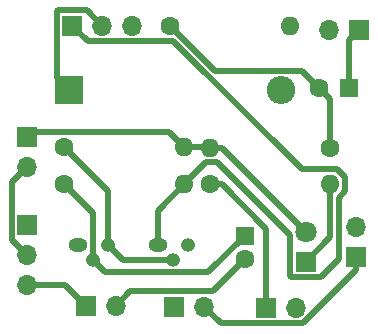
<source format=gbr>
%TF.GenerationSoftware,KiCad,Pcbnew,(5.1.7)-1*%
%TF.CreationDate,2020-10-22T11:01:39-05:00*%
%TF.ProjectId,Fuzz,46757a7a-2e6b-4696-9361-645f70636258,rev?*%
%TF.SameCoordinates,Original*%
%TF.FileFunction,Copper,L1,Top*%
%TF.FilePolarity,Positive*%
%FSLAX46Y46*%
G04 Gerber Fmt 4.6, Leading zero omitted, Abs format (unit mm)*
G04 Created by KiCad (PCBNEW (5.1.7)-1) date 2020-10-22 11:01:39*
%MOMM*%
%LPD*%
G01*
G04 APERTURE LIST*
%TA.AperFunction,ComponentPad*%
%ADD10O,1.700000X1.700000*%
%TD*%
%TA.AperFunction,ComponentPad*%
%ADD11R,1.700000X1.700000*%
%TD*%
%TA.AperFunction,ComponentPad*%
%ADD12R,1.600000X1.600000*%
%TD*%
%TA.AperFunction,ComponentPad*%
%ADD13C,1.600000*%
%TD*%
%TA.AperFunction,ComponentPad*%
%ADD14R,2.400000X2.400000*%
%TD*%
%TA.AperFunction,ComponentPad*%
%ADD15O,2.400000X2.400000*%
%TD*%
%TA.AperFunction,ComponentPad*%
%ADD16R,1.800000X1.800000*%
%TD*%
%TA.AperFunction,ComponentPad*%
%ADD17C,1.800000*%
%TD*%
%TA.AperFunction,ComponentPad*%
%ADD18O,1.200000X1.200000*%
%TD*%
%TA.AperFunction,ComponentPad*%
%ADD19O,1.600000X1.200000*%
%TD*%
%TA.AperFunction,ComponentPad*%
%ADD20O,1.600000X1.600000*%
%TD*%
%TA.AperFunction,Conductor*%
%ADD21C,0.500000*%
%TD*%
G04 APERTURE END LIST*
D10*
%TO.P,SW2,2*%
%TO.N,Net-(J2-Pad1)*%
X138684000Y-108864400D03*
D11*
%TO.P,SW2,1*%
%TO.N,Net-(Pot2-Pad2)*%
X136144000Y-108864400D03*
%TD*%
D10*
%TO.P,BT1,2*%
%TO.N,Net-(BT1-Pad2)*%
X123698000Y-97028000D03*
D11*
%TO.P,BT1,1*%
%TO.N,Net-(BT1-Pad1)*%
X123698000Y-94488000D03*
%TD*%
D12*
%TO.P,C1,1*%
%TO.N,Net-(C1-Pad1)*%
X142113000Y-102870000D03*
D13*
%TO.P,C1,2*%
%TO.N,Net-(C1-Pad2)*%
X142113000Y-104870000D03*
%TD*%
D12*
%TO.P,C2,1*%
%TO.N,Net-(C2-Pad1)*%
X150926800Y-90373200D03*
D13*
%TO.P,C2,2*%
%TO.N,Net-(C2-Pad2)*%
X148426800Y-90373200D03*
%TD*%
D14*
%TO.P,C3,1*%
%TO.N,Net-(C3-Pad1)*%
X127205001Y-90555001D03*
D15*
%TO.P,C3,2*%
%TO.N,GND*%
X145205001Y-90555001D03*
%TD*%
D16*
%TO.P,D1,1*%
%TO.N,Net-(D1-Pad1)*%
X147269200Y-105054400D03*
D17*
%TO.P,D1,2*%
%TO.N,Net-(BT1-Pad1)*%
X147269200Y-102514400D03*
%TD*%
D10*
%TO.P,J1,3*%
%TO.N,Net-(J1-Pad3)*%
X123698000Y-107061000D03*
%TO.P,J1,2*%
%TO.N,Net-(BT1-Pad2)*%
X123698000Y-104521000D03*
D11*
%TO.P,J1,1*%
%TO.N,GND*%
X123698000Y-101981000D03*
%TD*%
%TO.P,J2,1*%
%TO.N,Net-(J2-Pad1)*%
X151536400Y-104648000D03*
D10*
%TO.P,J2,2*%
%TO.N,GND*%
X151536400Y-102108000D03*
%TD*%
D11*
%TO.P,Pot1,1*%
%TO.N,Net-(Pot1-Pad1)*%
X127508000Y-85090000D03*
D10*
%TO.P,Pot1,2*%
%TO.N,Net-(C3-Pad1)*%
X130048000Y-85090000D03*
%TO.P,Pot1,3*%
%TO.N,GND*%
X132588000Y-85090000D03*
%TD*%
%TO.P,Pot2,2*%
%TO.N,Net-(Pot2-Pad2)*%
X149225000Y-85471000D03*
D11*
%TO.P,Pot2,1*%
%TO.N,Net-(C2-Pad1)*%
X151765000Y-85471000D03*
%TD*%
D18*
%TO.P,Q1,3*%
%TO.N,Net-(Q1-Pad3)*%
X130505200Y-103632000D03*
%TO.P,Q1,2*%
%TO.N,Net-(C1-Pad1)*%
X129235200Y-104902000D03*
D19*
%TO.P,Q1,1*%
%TO.N,GND*%
X127965200Y-103632000D03*
%TD*%
%TO.P,Q2,1*%
%TO.N,Net-(Pot1-Pad1)*%
X134721600Y-103632000D03*
D18*
%TO.P,Q2,2*%
%TO.N,Net-(Q1-Pad3)*%
X135991600Y-104902000D03*
%TO.P,Q2,3*%
%TO.N,Net-(Q2-Pad3)*%
X137261600Y-103632000D03*
%TD*%
D20*
%TO.P,R1,2*%
%TO.N,Net-(BT1-Pad1)*%
X136972040Y-95379540D03*
D13*
%TO.P,R1,1*%
%TO.N,Net-(Q1-Pad3)*%
X126812040Y-95379540D03*
%TD*%
%TO.P,R2,1*%
%TO.N,Net-(C1-Pad1)*%
X126805001Y-98501200D03*
D20*
%TO.P,R2,2*%
%TO.N,Net-(Pot1-Pad1)*%
X136965001Y-98501200D03*
%TD*%
D13*
%TO.P,R3,1*%
%TO.N,Net-(C2-Pad2)*%
X149352000Y-95402400D03*
D20*
%TO.P,R3,2*%
%TO.N,Net-(BT1-Pad1)*%
X139192000Y-95402400D03*
%TD*%
D13*
%TO.P,R4,1*%
%TO.N,Net-(C2-Pad2)*%
X135763000Y-85090000D03*
D20*
%TO.P,R4,2*%
%TO.N,Net-(Q2-Pad3)*%
X145923000Y-85090000D03*
%TD*%
%TO.P,R5,2*%
%TO.N,Net-(D1-Pad1)*%
X149352000Y-98501200D03*
D13*
%TO.P,R5,1*%
%TO.N,Net-(R5-Pad1)*%
X139192000Y-98501200D03*
%TD*%
D11*
%TO.P,SW1,1*%
%TO.N,Net-(J1-Pad3)*%
X128625600Y-108813600D03*
D10*
%TO.P,SW1,2*%
%TO.N,Net-(C1-Pad2)*%
X131165600Y-108813600D03*
%TD*%
D11*
%TO.P,SW3,1*%
%TO.N,Net-(R5-Pad1)*%
X143916400Y-108966000D03*
D10*
%TO.P,SW3,2*%
%TO.N,GND*%
X146456400Y-108966000D03*
%TD*%
D21*
%TO.N,Net-(BT1-Pad2)*%
X122397999Y-98328001D02*
X123698000Y-97028000D01*
X122397999Y-103220999D02*
X122397999Y-98328001D01*
X123698000Y-104521000D02*
X122397999Y-103220999D01*
%TO.N,Net-(BT1-Pad1)*%
X123698000Y-94488000D02*
X123931461Y-94254539D01*
X135722039Y-94129539D02*
X136972040Y-95379540D01*
X124056461Y-94129539D02*
X135722039Y-94129539D01*
X123698000Y-94488000D02*
X124056461Y-94129539D01*
X139169140Y-95379540D02*
X139192000Y-95402400D01*
X136972040Y-95379540D02*
X139169140Y-95379540D01*
X140157200Y-95402400D02*
X139192000Y-95402400D01*
X147269200Y-102514400D02*
X140157200Y-95402400D01*
%TO.N,Net-(C1-Pad1)*%
X141949990Y-102706990D02*
X142113000Y-102870000D01*
X139030999Y-105952001D02*
X142113000Y-102870000D01*
X130285201Y-105952001D02*
X139030999Y-105952001D01*
X129235200Y-104902000D02*
X130285201Y-105952001D01*
X129235200Y-100931399D02*
X126805001Y-98501200D01*
X129235200Y-104902000D02*
X129235200Y-100931399D01*
%TO.N,Net-(C1-Pad2)*%
X139418601Y-107564399D02*
X142113000Y-104870000D01*
X132414801Y-107564399D02*
X139418601Y-107564399D01*
X131165600Y-108813600D02*
X132414801Y-107564399D01*
%TO.N,Net-(C2-Pad1)*%
X150926800Y-86309200D02*
X151765000Y-85471000D01*
X150926800Y-90373200D02*
X150926800Y-86309200D01*
%TO.N,Net-(C2-Pad2)*%
X149352000Y-91298400D02*
X148426800Y-90373200D01*
X149352000Y-95402400D02*
X149352000Y-91298400D01*
X139578000Y-88905000D02*
X135763000Y-85090000D01*
X146958600Y-88905000D02*
X139578000Y-88905000D01*
X148426800Y-90373200D02*
X146958600Y-88905000D01*
%TO.N,Net-(C3-Pad1)*%
X128747999Y-83789999D02*
X130048000Y-85090000D01*
X126297999Y-83789999D02*
X128747999Y-83789999D01*
X126207999Y-83879999D02*
X126297999Y-83789999D01*
X126207999Y-89557999D02*
X126207999Y-83879999D01*
X127205001Y-90555001D02*
X126207999Y-89557999D01*
%TO.N,Net-(D1-Pad1)*%
X149352000Y-102971600D02*
X147269200Y-105054400D01*
X149352000Y-98501200D02*
X149352000Y-102971600D01*
%TO.N,Net-(J1-Pad3)*%
X126873000Y-107061000D02*
X128625600Y-108813600D01*
X123698000Y-107061000D02*
X126873000Y-107061000D01*
%TO.N,Net-(J2-Pad1)*%
X151536400Y-105810002D02*
X151536400Y-104648000D01*
X147080401Y-110266001D02*
X151536400Y-105810002D01*
X140085601Y-110266001D02*
X147080401Y-110266001D01*
X138684000Y-108864400D02*
X140085601Y-110266001D01*
%TO.N,Net-(Pot1-Pad1)*%
X134721600Y-100744601D02*
X136965001Y-98501200D01*
X134721600Y-103632000D02*
X134721600Y-100744601D01*
X128808001Y-86390001D02*
X127508000Y-85090000D01*
X136073038Y-86390001D02*
X128808001Y-86390001D01*
X149952001Y-97251199D02*
X146934236Y-97251199D01*
X150602001Y-97901199D02*
X149952001Y-97251199D01*
X150602001Y-99101201D02*
X150602001Y-97901199D01*
X150052010Y-99651192D02*
X150602001Y-99101201D01*
X150052010Y-104881592D02*
X150052010Y-99651192D01*
X148529201Y-106404401D02*
X150052010Y-104881592D01*
X146009199Y-106404401D02*
X148529201Y-106404401D01*
X145919199Y-106314401D02*
X146009199Y-106404401D01*
X146934236Y-97251199D02*
X136073038Y-86390001D01*
X145919199Y-102779599D02*
X145919199Y-106314401D01*
X139792001Y-96652401D02*
X145919199Y-102779599D01*
X138813800Y-96652401D02*
X139792001Y-96652401D01*
X136965001Y-98501200D02*
X138813800Y-96652401D01*
%TO.N,Net-(Q1-Pad3)*%
X131775200Y-104902000D02*
X130505200Y-103632000D01*
X135991600Y-104902000D02*
X131775200Y-104902000D01*
X130505200Y-99072700D02*
X126812040Y-95379540D01*
X130505200Y-103632000D02*
X130505200Y-99072700D01*
%TO.N,Net-(R5-Pad1)*%
X140154202Y-98501200D02*
X139192000Y-98501200D01*
X143916400Y-102263398D02*
X140154202Y-98501200D01*
X143916400Y-108966000D02*
X143916400Y-102263398D01*
%TD*%
M02*

</source>
